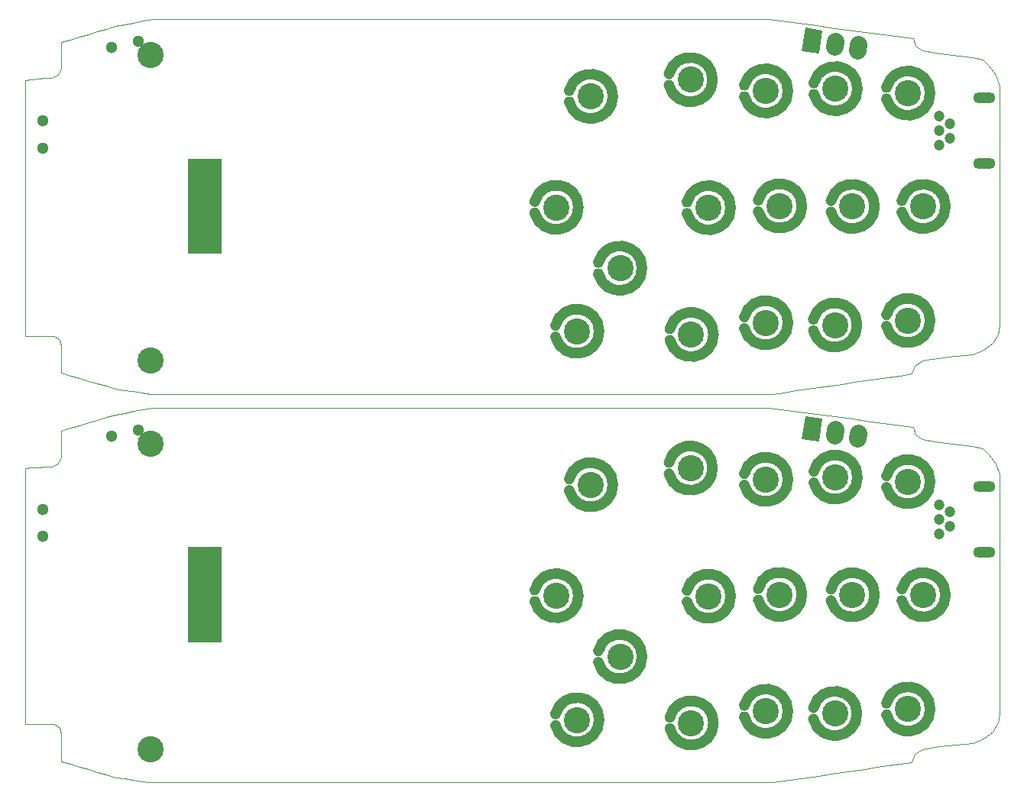
<source format=gbr>
G04 #@! TF.FileFunction,Soldermask,Bot*
%FSLAX46Y46*%
G04 Gerber Fmt 4.6, Leading zero omitted, Abs format (unit mm)*
G04 Created by KiCad (PCBNEW 4.0.2+dfsg1-stable) date Sat 02 Apr 2016 08:09:56 PM CEST*
%MOMM*%
G01*
G04 APERTURE LIST*
%ADD10C,0.150000*%
%ADD11C,0.100000*%
%ADD12C,1.200000*%
%ADD13C,1.200000*%
%ADD14O,2.450000X1.250000*%
%ADD15C,1.300000*%
%ADD16C,1.924000*%
%ADD17R,3.829000X1.900000*%
%ADD18R,3.829000X1.289000*%
%ADD19C,2.900000*%
%ADD20O,1.212800X0.806400*%
G04 APERTURE END LIST*
D10*
D11*
X76847362Y-132519297D02*
X76846256Y-131355372D01*
X76847362Y-133709297D02*
X76846256Y-132545372D01*
D12*
X172290000Y-130155001D02*
G75*
G02X172290000Y-131405000I2374999J-624999D01*
G01*
X173990000Y-142705001D02*
G75*
G02X173990000Y-143955000I2374999J-624999D01*
G01*
X172290000Y-155355001D02*
G75*
G02X172290000Y-156605000I2374999J-624999D01*
G01*
X164190000Y-155855001D02*
G75*
G02X164190000Y-157105000I2374999J-624999D01*
G01*
X166140000Y-142705001D02*
G75*
G02X166140000Y-143955000I2374999J-624999D01*
G01*
X164240000Y-129655001D02*
G75*
G02X164240000Y-130905000I2374999J-624999D01*
G01*
X156540000Y-129905001D02*
G75*
G02X156540000Y-131155000I2374999J-624999D01*
G01*
X158090000Y-142655001D02*
G75*
G02X158090000Y-143905000I2374999J-624999D01*
G01*
X156540000Y-155605001D02*
G75*
G02X156540000Y-156855000I2374999J-624999D01*
G01*
X148290000Y-156905001D02*
G75*
G02X148290000Y-158155000I2374999J-624999D01*
G01*
X150190000Y-142855001D02*
G75*
G02X150190000Y-144105000I2374999J-624999D01*
G01*
X148190000Y-128655001D02*
G75*
G02X148190000Y-129905000I2374999J-624999D01*
G01*
D11*
X184823672Y-130009669D02*
X184823672Y-156552737D01*
X184823672Y-156552737D02*
X184639437Y-157502628D01*
X184639437Y-157502628D02*
X184011984Y-158473819D01*
X184011984Y-158473819D02*
X183028434Y-159241019D01*
X183028434Y-159241019D02*
X181885338Y-159743638D01*
X181885338Y-159743638D02*
X180946166Y-159822981D01*
X180946166Y-159822981D02*
X179997997Y-159911175D01*
X179997997Y-159911175D02*
X179058819Y-160008122D01*
X179058819Y-160008122D02*
X178119541Y-160122762D01*
X178119541Y-160122762D02*
X177189253Y-160255113D01*
X177189253Y-160255113D02*
X176267650Y-160457841D01*
X176267650Y-160457841D02*
X175434781Y-160987006D01*
X175434781Y-160987006D02*
X175062612Y-161877597D01*
X175062612Y-161877597D02*
X173777838Y-162071584D01*
X173777838Y-162071584D02*
X172493062Y-162256725D01*
X172493062Y-162256725D02*
X171208288Y-162441963D01*
X171208288Y-162441963D02*
X169923509Y-162627100D01*
X169923509Y-162627100D02*
X168638634Y-162812238D01*
X168638634Y-162812238D02*
X167353859Y-163006225D01*
X167353859Y-163006225D02*
X166069081Y-163191462D01*
X166069081Y-163191462D02*
X164784297Y-163376600D01*
X164784297Y-163376600D02*
X163499531Y-163561838D01*
X163499531Y-163561838D02*
X162214753Y-163755825D01*
X162214753Y-163755825D02*
X160929978Y-163940963D01*
X160929978Y-163940963D02*
X159645103Y-164126103D01*
X159645103Y-164126103D02*
X90726700Y-164126103D01*
X90726700Y-164126103D02*
X89760847Y-163985012D01*
X89760847Y-163985012D02*
X88795091Y-163835172D01*
X88795091Y-163835172D02*
X87820344Y-163694081D01*
X87820344Y-163694081D02*
X86854587Y-163544141D01*
X86854587Y-163544141D02*
X85853266Y-163253209D01*
X85853266Y-163253209D02*
X84852041Y-162953328D01*
X84852041Y-162953328D02*
X83850816Y-162662397D01*
X83850816Y-162662397D02*
X82849591Y-162362519D01*
X82849591Y-162362519D02*
X81848269Y-162071584D01*
X81848269Y-162071584D02*
X80847034Y-161771803D01*
X80847034Y-161771803D02*
X80855925Y-161031053D01*
X80855925Y-161031053D02*
X80855925Y-159540800D01*
X80855925Y-159540800D02*
X80847034Y-158791300D01*
X80847034Y-158791300D02*
X80643222Y-158094694D01*
X80643222Y-158094694D02*
X80049541Y-157671422D01*
X80049541Y-157671422D02*
X76850841Y-157671422D01*
X76850841Y-157671422D02*
X76850841Y-138536566D01*
X76849578Y-138527719D02*
X76848472Y-137334944D01*
X76848472Y-137304944D02*
X76848472Y-136142072D01*
X76848472Y-136112072D02*
X76847362Y-134939297D01*
X76847362Y-134889297D02*
X76846256Y-133725372D01*
X76844362Y-132319919D02*
X76844362Y-129304216D01*
X76824362Y-129304216D02*
X76823672Y-129304216D01*
X76823672Y-129304216D02*
X77559128Y-129233619D01*
X77559128Y-129233619D02*
X78285691Y-129171972D01*
X78285691Y-129171972D02*
X79021147Y-129118978D01*
X79021147Y-129118978D02*
X79747713Y-129101378D01*
X79747713Y-129101378D02*
X80509747Y-128783900D01*
X80509747Y-128783900D02*
X80837559Y-128016800D01*
X80837559Y-128016800D02*
X80837559Y-125133337D01*
X80837559Y-125133337D02*
X81838784Y-124842306D01*
X81838784Y-124842306D02*
X82848900Y-124542525D01*
X82848900Y-124542525D02*
X83850125Y-124251494D01*
X83850125Y-124251494D02*
X84860231Y-123951713D01*
X84860231Y-123951713D02*
X85861562Y-123651931D01*
X85861562Y-123651931D02*
X86871681Y-123360903D01*
X86871681Y-123360903D02*
X87864012Y-123166913D01*
X87864012Y-123166913D02*
X88865238Y-122972928D01*
X88865238Y-122972928D02*
X89857669Y-122770091D01*
X89857669Y-122770091D02*
X90967963Y-122576103D01*
X90967963Y-122576103D02*
X159237262Y-122576103D01*
X159237262Y-122576103D02*
X160575191Y-122761347D01*
X160575191Y-122761347D02*
X161904319Y-122937631D01*
X161904319Y-122937631D02*
X163242356Y-123114019D01*
X163242356Y-123114019D02*
X164580288Y-123290406D01*
X164580288Y-123290406D02*
X165909425Y-123466694D01*
X165909425Y-123466694D02*
X167247344Y-123651931D01*
X167247344Y-123651931D02*
X168576491Y-123828319D01*
X168576491Y-123828319D02*
X169914519Y-124004609D01*
X169914519Y-124004609D02*
X171252450Y-124180997D01*
X171252450Y-124180997D02*
X172581584Y-124366137D01*
X172581584Y-124366137D02*
X173919516Y-124542525D01*
X173919516Y-124542525D02*
X175257544Y-124718919D01*
X175257544Y-124718919D02*
X175514519Y-125565359D01*
X175514519Y-125565359D02*
X176241084Y-126059225D01*
X176241084Y-126059225D02*
X177605591Y-126297263D01*
X177605591Y-126297263D02*
X178978988Y-126500097D01*
X178978988Y-126500097D02*
X180361278Y-126667644D01*
X180361278Y-126667644D02*
X181743569Y-126799878D01*
X181743569Y-126799878D02*
X182957506Y-127090909D01*
X182957506Y-127090909D02*
X183664756Y-127744300D01*
X183664756Y-127744300D02*
X184364734Y-128767128D01*
X184364734Y-128767128D02*
X184823672Y-130009669D01*
D12*
X137140000Y-130505001D02*
G75*
G02X137140000Y-131755000I2374999J-624999D01*
G01*
X133320000Y-142805001D02*
G75*
G02X133320000Y-144055000I2374999J-624999D01*
G01*
X135620000Y-156545001D02*
G75*
G02X135620000Y-157795000I2374999J-624999D01*
G01*
X140370000Y-149555001D02*
G75*
G02X140370000Y-150805000I2374999J-624999D01*
G01*
D11*
X76847362Y-89459297D02*
X76846256Y-88295372D01*
X76847362Y-90649297D02*
X76846256Y-89485372D01*
D12*
X172290000Y-87095001D02*
G75*
G02X172290000Y-88345000I2374999J-624999D01*
G01*
X173990000Y-99645001D02*
G75*
G02X173990000Y-100895000I2374999J-624999D01*
G01*
X172290000Y-112295001D02*
G75*
G02X172290000Y-113545000I2374999J-624999D01*
G01*
X164190000Y-112795001D02*
G75*
G02X164190000Y-114045000I2374999J-624999D01*
G01*
X166140000Y-99645001D02*
G75*
G02X166140000Y-100895000I2374999J-624999D01*
G01*
X164240000Y-86595001D02*
G75*
G02X164240000Y-87845000I2374999J-624999D01*
G01*
X156540000Y-86845001D02*
G75*
G02X156540000Y-88095000I2374999J-624999D01*
G01*
X158090000Y-99595001D02*
G75*
G02X158090000Y-100845000I2374999J-624999D01*
G01*
X156540000Y-112545001D02*
G75*
G02X156540000Y-113795000I2374999J-624999D01*
G01*
X148290000Y-113845001D02*
G75*
G02X148290000Y-115095000I2374999J-624999D01*
G01*
X150190000Y-99795001D02*
G75*
G02X150190000Y-101045000I2374999J-624999D01*
G01*
X148190000Y-85595001D02*
G75*
G02X148190000Y-86845000I2374999J-624999D01*
G01*
D11*
X184823672Y-86949669D02*
X184823672Y-113492737D01*
X184823672Y-113492737D02*
X184639437Y-114442628D01*
X184639437Y-114442628D02*
X184011984Y-115413819D01*
X184011984Y-115413819D02*
X183028434Y-116181019D01*
X183028434Y-116181019D02*
X181885338Y-116683638D01*
X181885338Y-116683638D02*
X180946166Y-116762981D01*
X180946166Y-116762981D02*
X179997997Y-116851175D01*
X179997997Y-116851175D02*
X179058819Y-116948122D01*
X179058819Y-116948122D02*
X178119541Y-117062762D01*
X178119541Y-117062762D02*
X177189253Y-117195113D01*
X177189253Y-117195113D02*
X176267650Y-117397841D01*
X176267650Y-117397841D02*
X175434781Y-117927006D01*
X175434781Y-117927006D02*
X175062612Y-118817597D01*
X175062612Y-118817597D02*
X173777838Y-119011584D01*
X173777838Y-119011584D02*
X172493062Y-119196725D01*
X172493062Y-119196725D02*
X171208288Y-119381963D01*
X171208288Y-119381963D02*
X169923509Y-119567100D01*
X169923509Y-119567100D02*
X168638634Y-119752238D01*
X168638634Y-119752238D02*
X167353859Y-119946225D01*
X167353859Y-119946225D02*
X166069081Y-120131462D01*
X166069081Y-120131462D02*
X164784297Y-120316600D01*
X164784297Y-120316600D02*
X163499531Y-120501838D01*
X163499531Y-120501838D02*
X162214753Y-120695825D01*
X162214753Y-120695825D02*
X160929978Y-120880963D01*
X160929978Y-120880963D02*
X159645103Y-121066103D01*
X159645103Y-121066103D02*
X90726700Y-121066103D01*
X90726700Y-121066103D02*
X89760847Y-120925012D01*
X89760847Y-120925012D02*
X88795091Y-120775172D01*
X88795091Y-120775172D02*
X87820344Y-120634081D01*
X87820344Y-120634081D02*
X86854587Y-120484141D01*
X86854587Y-120484141D02*
X85853266Y-120193209D01*
X85853266Y-120193209D02*
X84852041Y-119893328D01*
X84852041Y-119893328D02*
X83850816Y-119602397D01*
X83850816Y-119602397D02*
X82849591Y-119302519D01*
X82849591Y-119302519D02*
X81848269Y-119011584D01*
X81848269Y-119011584D02*
X80847034Y-118711803D01*
X80847034Y-118711803D02*
X80855925Y-117971053D01*
X80855925Y-117971053D02*
X80855925Y-116480800D01*
X80855925Y-116480800D02*
X80847034Y-115731300D01*
X80847034Y-115731300D02*
X80643222Y-115034694D01*
X80643222Y-115034694D02*
X80049541Y-114611422D01*
X80049541Y-114611422D02*
X76850841Y-114611422D01*
X76850841Y-114611422D02*
X76850841Y-95476566D01*
X76849578Y-95467719D02*
X76848472Y-94274944D01*
X76848472Y-94244944D02*
X76848472Y-93082072D01*
X76848472Y-93052072D02*
X76847362Y-91879297D01*
X76847362Y-91829297D02*
X76846256Y-90665372D01*
X76844362Y-89259919D02*
X76844362Y-86244216D01*
X76824362Y-86244216D02*
X76823672Y-86244216D01*
X76823672Y-86244216D02*
X77559128Y-86173619D01*
X77559128Y-86173619D02*
X78285691Y-86111972D01*
X78285691Y-86111972D02*
X79021147Y-86058978D01*
X79021147Y-86058978D02*
X79747713Y-86041378D01*
X79747713Y-86041378D02*
X80509747Y-85723900D01*
X80509747Y-85723900D02*
X80837559Y-84956800D01*
X80837559Y-84956800D02*
X80837559Y-82073337D01*
X80837559Y-82073337D02*
X81838784Y-81782306D01*
X81838784Y-81782306D02*
X82848900Y-81482525D01*
X82848900Y-81482525D02*
X83850125Y-81191494D01*
X83850125Y-81191494D02*
X84860231Y-80891713D01*
X84860231Y-80891713D02*
X85861562Y-80591931D01*
X85861562Y-80591931D02*
X86871681Y-80300903D01*
X86871681Y-80300903D02*
X87864012Y-80106913D01*
X87864012Y-80106913D02*
X88865238Y-79912928D01*
X88865238Y-79912928D02*
X89857669Y-79710091D01*
X89857669Y-79710091D02*
X90967963Y-79516103D01*
X90967963Y-79516103D02*
X159237262Y-79516103D01*
X159237262Y-79516103D02*
X160575191Y-79701347D01*
X160575191Y-79701347D02*
X161904319Y-79877631D01*
X161904319Y-79877631D02*
X163242356Y-80054019D01*
X163242356Y-80054019D02*
X164580288Y-80230406D01*
X164580288Y-80230406D02*
X165909425Y-80406694D01*
X165909425Y-80406694D02*
X167247344Y-80591931D01*
X167247344Y-80591931D02*
X168576491Y-80768319D01*
X168576491Y-80768319D02*
X169914519Y-80944609D01*
X169914519Y-80944609D02*
X171252450Y-81120997D01*
X171252450Y-81120997D02*
X172581584Y-81306137D01*
X172581584Y-81306137D02*
X173919516Y-81482525D01*
X173919516Y-81482525D02*
X175257544Y-81658919D01*
X175257544Y-81658919D02*
X175514519Y-82505359D01*
X175514519Y-82505359D02*
X176241084Y-82999225D01*
X176241084Y-82999225D02*
X177605591Y-83237263D01*
X177605591Y-83237263D02*
X178978988Y-83440097D01*
X178978988Y-83440097D02*
X180361278Y-83607644D01*
X180361278Y-83607644D02*
X181743569Y-83739878D01*
X181743569Y-83739878D02*
X182957506Y-84030909D01*
X182957506Y-84030909D02*
X183664756Y-84684300D01*
X183664756Y-84684300D02*
X184364734Y-85707128D01*
X184364734Y-85707128D02*
X184823672Y-86949669D01*
D12*
X137140000Y-87445001D02*
G75*
G02X137140000Y-88695000I2374999J-624999D01*
G01*
X133320000Y-99745001D02*
G75*
G02X133320000Y-100995000I2374999J-624999D01*
G01*
X135620000Y-113485001D02*
G75*
G02X135620000Y-114735000I2374999J-624999D01*
G01*
X140370000Y-106495001D02*
G75*
G02X140370000Y-107745000I2374999J-624999D01*
G01*
D13*
X178100000Y-136560000D03*
X179300000Y-135760000D03*
X178100000Y-134960000D03*
X178100000Y-133360000D03*
D14*
X183150000Y-131310000D03*
X183150000Y-138610000D03*
D13*
X179300000Y-134160000D03*
D15*
X78770000Y-133850000D03*
X78770000Y-136850000D03*
X89381555Y-125032573D03*
X86458445Y-125707427D03*
D10*
G36*
X162914341Y-126087914D02*
X163298592Y-123516829D01*
X165201459Y-123801214D01*
X164817208Y-126372299D01*
X162914341Y-126087914D01*
X162914341Y-126087914D01*
G37*
D16*
X166619933Y-124985891D02*
X166520067Y-125654109D01*
X169132033Y-125361327D02*
X169032167Y-126029545D01*
D17*
X96730000Y-138988600D03*
D18*
X96730000Y-140457000D03*
X96730000Y-141605400D03*
X96730000Y-142753800D03*
X96730000Y-143912200D03*
X96730000Y-145080600D03*
X96730000Y-146209000D03*
D17*
X96730000Y-147667400D03*
D19*
X139530000Y-131155000D03*
D20*
X139560000Y-133555000D03*
D19*
X135730000Y-143455000D03*
D20*
X135780000Y-141155000D03*
D19*
X138030000Y-157205000D03*
D20*
X138080000Y-154905000D03*
D19*
X142780000Y-150205000D03*
D20*
X142830000Y-147905000D03*
D19*
X150580000Y-129255000D03*
D20*
X150510000Y-131705000D03*
D19*
X152530000Y-143505000D03*
D20*
X152580000Y-141205000D03*
D19*
X150630000Y-157555000D03*
D20*
X150680000Y-155255000D03*
D19*
X158880000Y-130555000D03*
D20*
X158960000Y-132905000D03*
D19*
X160430000Y-143355000D03*
D20*
X160480000Y-141055000D03*
D19*
X158880000Y-156255000D03*
D20*
X158930000Y-153955000D03*
D19*
X166580000Y-130305000D03*
D20*
X166660000Y-132655000D03*
D19*
X168480000Y-143355000D03*
D20*
X168530000Y-141055000D03*
D19*
X166580000Y-156505000D03*
D20*
X166630000Y-154205000D03*
D19*
X176380000Y-143355000D03*
D20*
X176430000Y-141055000D03*
D19*
X174630000Y-130805000D03*
D20*
X174710000Y-133205000D03*
D19*
X174630000Y-156005000D03*
D20*
X174680000Y-153705000D03*
D19*
X90730000Y-126555000D03*
X90730000Y-160455000D03*
D17*
X96730000Y-95928600D03*
D18*
X96730000Y-97397000D03*
X96730000Y-98545400D03*
X96730000Y-99693800D03*
X96730000Y-100852200D03*
X96730000Y-102020600D03*
X96730000Y-103149000D03*
D17*
X96730000Y-104607400D03*
D19*
X139530000Y-88095000D03*
D20*
X139560000Y-90495000D03*
D19*
X135730000Y-100395000D03*
D20*
X135780000Y-98095000D03*
D19*
X138030000Y-114145000D03*
D20*
X138080000Y-111845000D03*
D19*
X142780000Y-107145000D03*
D20*
X142830000Y-104845000D03*
D19*
X150580000Y-86195000D03*
D20*
X150510000Y-88645000D03*
D19*
X152530000Y-100445000D03*
D20*
X152580000Y-98145000D03*
D19*
X150630000Y-114495000D03*
D20*
X150680000Y-112195000D03*
D19*
X158880000Y-87495000D03*
D20*
X158960000Y-89845000D03*
D19*
X160430000Y-100295000D03*
D20*
X160480000Y-97995000D03*
D19*
X158880000Y-113195000D03*
D20*
X158930000Y-110895000D03*
D19*
X166580000Y-87245000D03*
D20*
X166660000Y-89595000D03*
D19*
X168480000Y-100295000D03*
D20*
X168530000Y-97995000D03*
D19*
X166580000Y-113445000D03*
D20*
X166630000Y-111145000D03*
D19*
X176380000Y-100295000D03*
D20*
X176430000Y-97995000D03*
D19*
X174630000Y-87745000D03*
D20*
X174710000Y-90145000D03*
D19*
X174630000Y-112945000D03*
D20*
X174680000Y-110645000D03*
D19*
X90730000Y-83495000D03*
X90730000Y-117395000D03*
D10*
G36*
X162914341Y-83027914D02*
X163298592Y-80456829D01*
X165201459Y-80741214D01*
X164817208Y-83312299D01*
X162914341Y-83027914D01*
X162914341Y-83027914D01*
G37*
D16*
X166619933Y-81925891D02*
X166520067Y-82594109D01*
X169132033Y-82301327D02*
X169032167Y-82969545D01*
D15*
X89381555Y-81972573D03*
X86458445Y-82647427D03*
X78770000Y-90790000D03*
X78770000Y-93790000D03*
D13*
X178100000Y-93500000D03*
X179300000Y-92700000D03*
X178100000Y-91900000D03*
X178100000Y-90300000D03*
D14*
X183150000Y-88250000D03*
X183150000Y-95550000D03*
D13*
X179300000Y-91100000D03*
M02*

</source>
